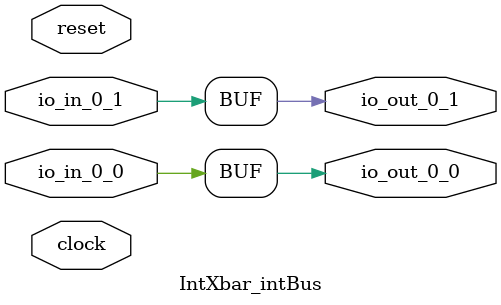
<source format=v>
module IntXbar_intBus(
  input   clock,
  input   reset,
  input   io_in_0_0,
  input   io_in_0_1,
  output  io_out_0_0,
  output  io_out_0_1
);
  assign io_out_0_0 = io_in_0_0;
  assign io_out_0_1 = io_in_0_1;
endmodule
</source>
